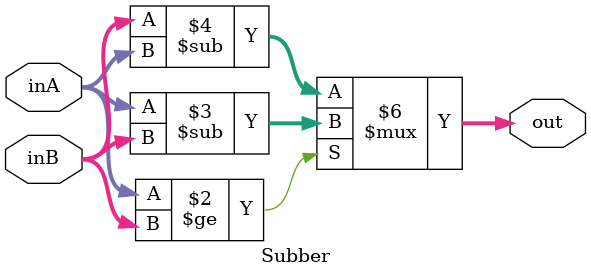
<source format=v>
`timescale 1ns / 1ps

module Subber(inA, inB, out);
    input [31:0] inA;
    input [31:0] inB; 

    output reg [31:0] out; 
    always @ (*) begin
        if(inA >= inB) begin
            out <= inA - inB;
        end
        else begin
            out <= inB - inA;
        end
    end

endmodule
</source>
